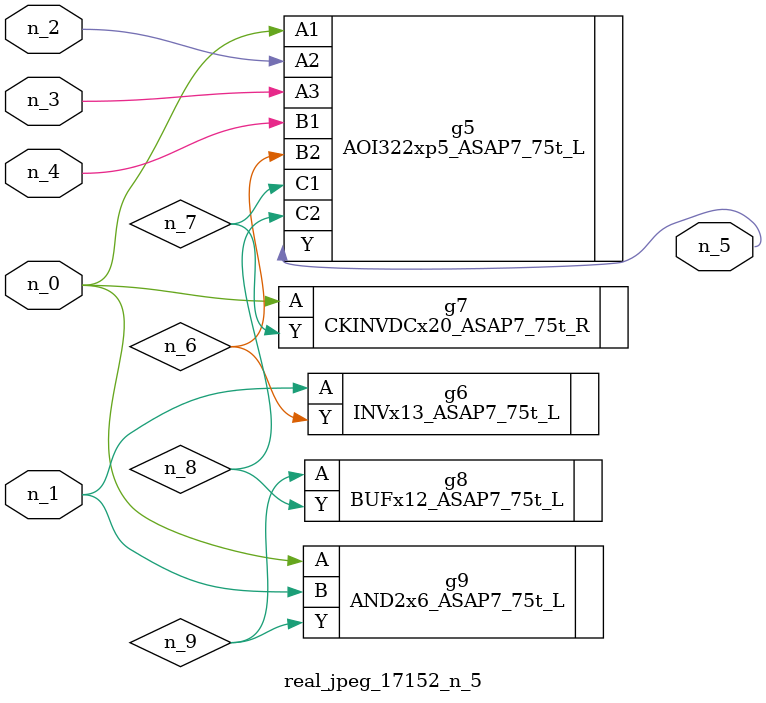
<source format=v>
module real_jpeg_17152_n_5 (n_4, n_0, n_1, n_2, n_3, n_5);

input n_4;
input n_0;
input n_1;
input n_2;
input n_3;

output n_5;

wire n_8;
wire n_6;
wire n_7;
wire n_9;

AOI322xp5_ASAP7_75t_L g5 ( 
.A1(n_0),
.A2(n_2),
.A3(n_3),
.B1(n_4),
.B2(n_6),
.C1(n_7),
.C2(n_8),
.Y(n_5)
);

CKINVDCx20_ASAP7_75t_R g7 ( 
.A(n_0),
.Y(n_7)
);

AND2x6_ASAP7_75t_L g9 ( 
.A(n_0),
.B(n_1),
.Y(n_9)
);

INVx13_ASAP7_75t_L g6 ( 
.A(n_1),
.Y(n_6)
);

BUFx12_ASAP7_75t_L g8 ( 
.A(n_9),
.Y(n_8)
);


endmodule
</source>
